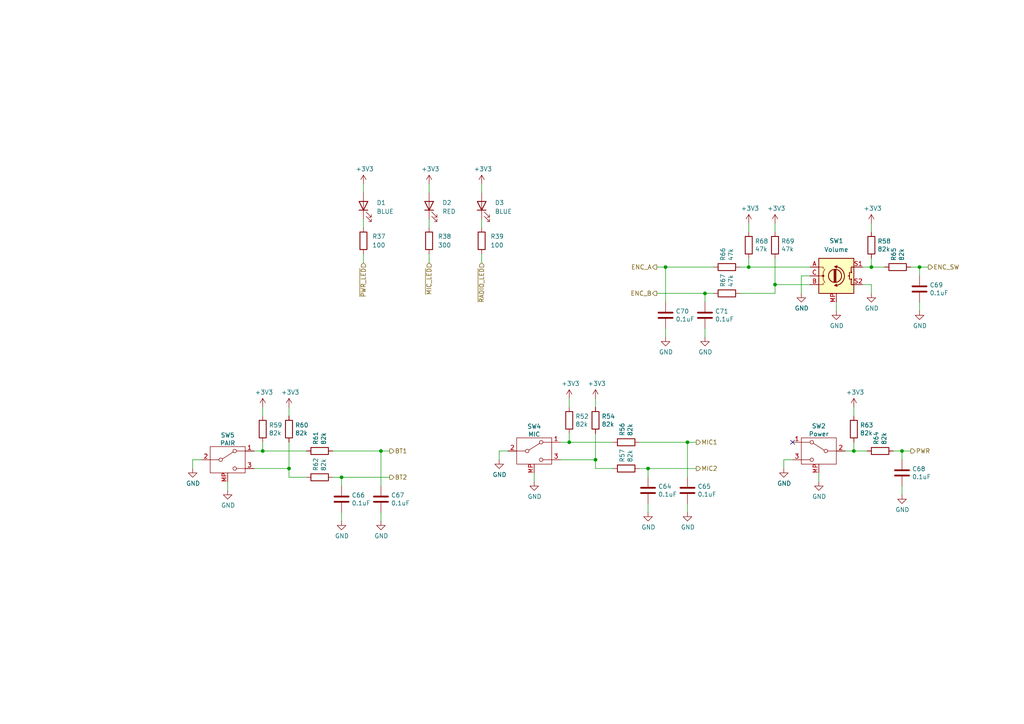
<source format=kicad_sch>
(kicad_sch (version 20210621) (generator eeschema)
  (paper "A4")
  (lib_symbols
    (symbol "Device:C" (pin_numbers hide) (pin_names (offset 0.254))
      (property "Reference" "C" (at 0.635 2.54 0))
      (property "Value" "C" (at 0.635 -2.54 0))
      (symbol "C_0_1"
        (polyline (pts (xy -2.032 -0.762) (xy 2.032 -0.762)) (stroke (width 0.508)))
        (polyline (pts (xy -2.032 0.762) (xy 2.032 0.762)) (stroke (width 0.508)))
      )
      (symbol "C_1_1"
        (pin passive line (at 0 3.81 270) (length 2.794) (name "~") (number "1"))
        (pin passive line (at 0 -3.81 90) (length 2.794) (name "~") (number "2"))
      )
    )
    (symbol "Device:LED" (pin_numbers hide) (pin_names (offset 1.016) hide)
      (property "Reference" "D" (at 0 2.54 0))
      (property "Value" "LED" (at 0 -2.54 0))
      (symbol "LED_0_1"
        (polyline (pts (xy -1.27 -1.27) (xy -1.27 1.27)) (stroke (width 0.254)))
        (polyline (pts (xy -1.27 0) (xy 1.27 0)))
        (polyline (pts (xy 1.27 -1.27) (xy 1.27 1.27) (xy -1.27 0) (xy 1.27 -1.27)) (stroke (width 0.254)))
        (polyline (pts (xy -3.048 -0.762) (xy -4.572 -2.286) (xy -3.81 -2.286) (xy -4.572 -2.286) (xy -4.572 -1.524)))
        (polyline (pts (xy -1.778 -0.762) (xy -3.302 -2.286) (xy -2.54 -2.286) (xy -3.302 -2.286) (xy -3.302 -1.524)))
      )
      (symbol "LED_1_1"
        (pin passive line (at -3.81 0 0) (length 2.54) (name "K") (number "1"))
        (pin passive line (at 3.81 0 180) (length 2.54) (name "A") (number "2"))
      )
    )
    (symbol "Device:R" (pin_numbers hide) (pin_names (offset 0))
      (property "Reference" "R" (at 2.032 0 90))
      (property "Value" "R" (at 0 0 90))
      (symbol "R_0_1"
        (rectangle (start -1.016 -2.54) (end 1.016 2.54) (stroke (width 0.254)))
      )
      (symbol "R_1_1"
        (pin passive line (at 0 3.81 270) (length 1.27) (name "~") (number "1"))
        (pin passive line (at 0 -3.81 90) (length 1.27) (name "~") (number "2"))
      )
    )
    (symbol "HackAmp-Symbols:RotaryEncoder_Switch_MountingPin" (pin_names (offset 0.254) hide)
      (property "Reference" "SW" (at 0 8.89 0))
      (property "Value" "RotaryEncoder_Switch_MountingPin" (at 0 6.35 0))
      (symbol "RotaryEncoder_Switch_MountingPin_0_1"
        (rectangle (start -5.08 5.08) (end 5.08 -5.08) (stroke (width 0.254)) (fill (type background)))
        (circle (center -3.81 0) (radius 0.254) (fill (type outline)))
        (arc (start -0.381 -2.794) (mid 2.3622 -0.0635) (end -0.381 2.667) (stroke (width 0.254)))
        (circle (center -0.381 0) (radius 1.905) (stroke (width 0.254)) (stroke (width 0.254)))
        (polyline (pts (xy -0.635 -1.778) (xy -0.635 1.778)) (stroke (width 0.254)))
        (polyline (pts (xy -0.381 -1.778) (xy -0.381 1.778)) (stroke (width 0.254)))
        (polyline (pts (xy -0.127 1.778) (xy -0.127 -1.778)) (stroke (width 0.254)))
        (polyline (pts (xy 3.81 0) (xy 3.429 0)) (stroke (width 0.254)))
        (polyline (pts (xy 3.81 1.016) (xy 3.81 -1.016)) (stroke (width 0.254)))
        (polyline (pts (xy -5.08 -2.54) (xy -3.81 -2.54) (xy -3.81 -2.032)))
        (polyline (pts (xy -5.08 2.54) (xy -3.81 2.54) (xy -3.81 2.032)))
        (polyline (pts (xy 0.254 -3.048) (xy -0.508 -2.794) (xy 0.127 -2.413)) (stroke (width 0.254)))
        (polyline (pts (xy 0.254 2.921) (xy -0.508 2.667) (xy 0.127 2.286)) (stroke (width 0.254)))
        (polyline (pts (xy 5.08 -2.54) (xy 4.318 -2.54) (xy 4.318 -1.016)) (stroke (width 0.254)))
        (polyline (pts (xy 5.08 2.54) (xy 4.318 2.54) (xy 4.318 1.016)) (stroke (width 0.254)))
        (polyline (pts (xy -5.08 0) (xy -3.81 0) (xy -3.81 -1.016) (xy -3.302 -2.032)))
        (polyline (pts (xy -4.318 0) (xy -3.81 0) (xy -3.81 1.016) (xy -3.302 2.032)))
        (circle (center 4.318 -1.016) (radius 0.127) (stroke (width 0.254)) (stroke (width 0.254)))
        (circle (center 4.318 1.016) (radius 0.127) (stroke (width 0.254)) (stroke (width 0.254)))
      )
      (symbol "RotaryEncoder_Switch_MountingPin_1_1"
        (pin passive line (at -7.62 2.54 0) (length 2.54) (name "A") (number "A"))
        (pin passive line (at -7.62 -2.54 0) (length 2.54) (name "B") (number "B"))
        (pin passive line (at -7.62 0 0) (length 2.54) (name "C") (number "C"))
        (pin passive line (at 0 -7.62 90) (length 2.54) (name "") (number "MP"))
        (pin passive line (at 7.62 2.54 180) (length 2.54) (name "S1") (number "S1"))
        (pin passive line (at 7.62 -2.54 180) (length 2.54) (name "S2") (number "S2"))
      )
    )
    (symbol "HackAmp-Symbols:SW_SPDT_MountingPin" (pin_names (offset 0) hide)
      (property "Reference" "SW" (at 0 7.62 0))
      (property "Value" "SW_SPDT_MountingPin" (at 0 5.08 0))
      (symbol "SW_SPDT_MountingPin_0_0"
        (circle (center -2.032 0) (radius 0.508))
        (circle (center 2.032 -2.54) (radius 0.508))
      )
      (symbol "SW_SPDT_MountingPin_0_1"
        (rectangle (start -5.08 3.81) (end 5.08 -3.81) (stroke (width 0.1524)))
        (polyline (pts (xy -5.08 0) (xy -2.54 0)) (stroke (width 0.1524)))
        (polyline (pts (xy -1.524 0.254) (xy 1.651 2.286)))
        (polyline (pts (xy 5.08 -2.54) (xy 2.54 -2.54)) (stroke (width 0.1524)))
        (polyline (pts (xy 5.08 2.54) (xy 2.54 2.54)) (stroke (width 0.1524)))
        (circle (center 2.032 2.54) (radius 0.508))
      )
      (symbol "SW_SPDT_MountingPin_1_1"
        (pin passive line (at 7.62 2.54 180) (length 2.54) (name "A") (number "1"))
        (pin passive line (at -7.62 0 0) (length 2.54) (name "B") (number "2"))
        (pin passive line (at 7.62 -2.54 180) (length 2.54) (name "C") (number "3"))
        (pin passive line (at 0 -6.35 90) (length 2.54) (name "") (number "MP"))
      )
    )
    (symbol "power:+3V3" (power) (pin_names (offset 0))
      (property "Value" "+3V3" (at 0 3.556 0))
      (symbol "+3V3_0_1"
        (polyline (pts (xy -0.762 1.27) (xy 0 2.54)))
        (polyline (pts (xy 0 0) (xy 0 2.54)))
        (polyline (pts (xy 0 2.54) (xy 0.762 1.27)))
      )
      (symbol "+3V3_1_1"
        (pin power_in line (at 0 0 90) (length 0) hide (name "+3V3") (number "1"))
      )
    )
    (symbol "power:GND" (power) (pin_names (offset 0))
      (property "Value" "GND" (at 0 -3.81 0))
      (symbol "GND_0_1"
        (polyline (pts (xy 0 0) (xy 0 -1.27) (xy 1.27 -1.27) (xy 0 -2.54) (xy -1.27 -1.27) (xy 0 -1.27)))
      )
      (symbol "GND_1_1"
        (pin power_in line (at 0 0 270) (length 0) hide (name "GND") (number "1"))
      )
    )
  )
  (junction (at 76.2 130.81) (diameter 0.9144))
  (junction (at 83.82 135.89) (diameter 0.9144))
  (junction (at 99.06 138.43) (diameter 0.9144))
  (junction (at 110.49 130.81) (diameter 0.9144))
  (junction (at 165.1 128.27) (diameter 0.9144))
  (junction (at 172.72 133.35) (diameter 0.9144))
  (junction (at 187.96 135.89) (diameter 0.9144))
  (junction (at 193.04 77.47) (diameter 0.9144))
  (junction (at 199.39 128.27) (diameter 0.9144))
  (junction (at 204.47 85.09) (diameter 0.9144))
  (junction (at 217.17 77.47) (diameter 0.9144))
  (junction (at 224.79 82.55) (diameter 0.9144))
  (junction (at 247.65 130.81) (diameter 0.9144))
  (junction (at 252.73 77.47) (diameter 0.9144))
  (junction (at 261.62 130.81) (diameter 0.9144))
  (junction (at 266.7 77.47) (diameter 0.9144))
  (no_connect (at 229.87 128.27))
  (wire (pts (xy 55.88 133.35) (xy 55.88 135.89)))
  (wire (pts (xy 55.88 133.35) (xy 58.42 133.35)))
  (wire (pts (xy 66.04 139.7) (xy 66.04 142.24)))
  (wire (pts (xy 73.66 130.81) (xy 76.2 130.81)))
  (wire (pts (xy 73.66 135.89) (xy 83.82 135.89)))
  (wire (pts (xy 76.2 118.11) (xy 76.2 120.65)))
  (wire (pts (xy 76.2 128.27) (xy 76.2 130.81)))
  (wire (pts (xy 76.2 130.81) (xy 88.9 130.81)))
  (wire (pts (xy 83.82 118.11) (xy 83.82 120.65)))
  (wire (pts (xy 83.82 135.89) (xy 83.82 128.27)))
  (wire (pts (xy 83.82 135.89) (xy 83.82 138.43)))
  (wire (pts (xy 83.82 138.43) (xy 88.9 138.43)))
  (wire (pts (xy 99.06 138.43) (xy 96.52 138.43)))
  (wire (pts (xy 99.06 138.43) (xy 113.03 138.43)))
  (wire (pts (xy 99.06 140.97) (xy 99.06 138.43)))
  (wire (pts (xy 99.06 148.59) (xy 99.06 151.13)))
  (wire (pts (xy 105.41 53.34) (xy 105.41 55.88)))
  (wire (pts (xy 105.41 63.5) (xy 105.41 66.04)))
  (wire (pts (xy 105.41 73.66) (xy 105.41 76.2)))
  (wire (pts (xy 110.49 130.81) (xy 96.52 130.81)))
  (wire (pts (xy 110.49 130.81) (xy 113.03 130.81)))
  (wire (pts (xy 110.49 140.97) (xy 110.49 130.81)))
  (wire (pts (xy 110.49 148.59) (xy 110.49 151.13)))
  (wire (pts (xy 124.46 53.34) (xy 124.46 55.88)))
  (wire (pts (xy 124.46 63.5) (xy 124.46 66.04)))
  (wire (pts (xy 124.46 73.66) (xy 124.46 76.2)))
  (wire (pts (xy 139.7 53.34) (xy 139.7 55.88)))
  (wire (pts (xy 139.7 63.5) (xy 139.7 66.04)))
  (wire (pts (xy 139.7 73.66) (xy 139.7 76.2)))
  (wire (pts (xy 144.78 130.81) (xy 144.78 133.35)))
  (wire (pts (xy 144.78 130.81) (xy 147.32 130.81)))
  (wire (pts (xy 154.94 137.16) (xy 154.94 139.7)))
  (wire (pts (xy 162.56 128.27) (xy 165.1 128.27)))
  (wire (pts (xy 162.56 133.35) (xy 172.72 133.35)))
  (wire (pts (xy 165.1 115.57) (xy 165.1 118.11)))
  (wire (pts (xy 165.1 125.73) (xy 165.1 128.27)))
  (wire (pts (xy 165.1 128.27) (xy 177.8 128.27)))
  (wire (pts (xy 172.72 115.57) (xy 172.72 118.11)))
  (wire (pts (xy 172.72 133.35) (xy 172.72 125.73)))
  (wire (pts (xy 172.72 133.35) (xy 172.72 135.89)))
  (wire (pts (xy 172.72 135.89) (xy 177.8 135.89)))
  (wire (pts (xy 187.96 135.89) (xy 185.42 135.89)))
  (wire (pts (xy 187.96 135.89) (xy 201.93 135.89)))
  (wire (pts (xy 187.96 138.43) (xy 187.96 135.89)))
  (wire (pts (xy 187.96 146.05) (xy 187.96 148.59)))
  (wire (pts (xy 190.5 77.47) (xy 193.04 77.47)))
  (wire (pts (xy 190.5 85.09) (xy 204.47 85.09)))
  (wire (pts (xy 193.04 77.47) (xy 193.04 87.63)))
  (wire (pts (xy 193.04 77.47) (xy 207.01 77.47)))
  (wire (pts (xy 193.04 95.25) (xy 193.04 97.79)))
  (wire (pts (xy 199.39 128.27) (xy 185.42 128.27)))
  (wire (pts (xy 199.39 128.27) (xy 201.93 128.27)))
  (wire (pts (xy 199.39 138.43) (xy 199.39 128.27)))
  (wire (pts (xy 199.39 146.05) (xy 199.39 148.59)))
  (wire (pts (xy 204.47 85.09) (xy 204.47 87.63)))
  (wire (pts (xy 204.47 85.09) (xy 207.01 85.09)))
  (wire (pts (xy 204.47 95.25) (xy 204.47 97.79)))
  (wire (pts (xy 214.63 77.47) (xy 217.17 77.47)))
  (wire (pts (xy 217.17 64.77) (xy 217.17 67.31)))
  (wire (pts (xy 217.17 77.47) (xy 217.17 74.93)))
  (wire (pts (xy 217.17 77.47) (xy 234.95 77.47)))
  (wire (pts (xy 224.79 64.77) (xy 224.79 67.31)))
  (wire (pts (xy 224.79 74.93) (xy 224.79 82.55)))
  (wire (pts (xy 224.79 82.55) (xy 224.79 85.09)))
  (wire (pts (xy 224.79 82.55) (xy 234.95 82.55)))
  (wire (pts (xy 224.79 85.09) (xy 214.63 85.09)))
  (wire (pts (xy 227.33 133.35) (xy 227.33 135.89)))
  (wire (pts (xy 227.33 133.35) (xy 229.87 133.35)))
  (wire (pts (xy 232.41 80.01) (xy 232.41 85.09)))
  (wire (pts (xy 232.41 80.01) (xy 234.95 80.01)))
  (wire (pts (xy 237.49 137.16) (xy 237.49 139.7)))
  (wire (pts (xy 242.57 87.63) (xy 242.57 90.17)))
  (wire (pts (xy 245.11 130.81) (xy 247.65 130.81)))
  (wire (pts (xy 247.65 118.11) (xy 247.65 120.65)))
  (wire (pts (xy 247.65 128.27) (xy 247.65 130.81)))
  (wire (pts (xy 247.65 130.81) (xy 251.46 130.81)))
  (wire (pts (xy 250.19 77.47) (xy 252.73 77.47)))
  (wire (pts (xy 250.19 82.55) (xy 252.73 82.55)))
  (wire (pts (xy 252.73 64.77) (xy 252.73 67.31)))
  (wire (pts (xy 252.73 74.93) (xy 252.73 77.47)))
  (wire (pts (xy 252.73 77.47) (xy 256.54 77.47)))
  (wire (pts (xy 252.73 82.55) (xy 252.73 85.09)))
  (wire (pts (xy 261.62 130.81) (xy 259.08 130.81)))
  (wire (pts (xy 261.62 130.81) (xy 264.16 130.81)))
  (wire (pts (xy 261.62 133.35) (xy 261.62 130.81)))
  (wire (pts (xy 261.62 140.97) (xy 261.62 143.51)))
  (wire (pts (xy 266.7 77.47) (xy 264.16 77.47)))
  (wire (pts (xy 266.7 77.47) (xy 269.24 77.47)))
  (wire (pts (xy 266.7 80.01) (xy 266.7 77.47)))
  (wire (pts (xy 266.7 87.63) (xy 266.7 90.17)))
  (hierarchical_label "~{PWR_LED}" (shape input) (at 105.41 76.2 270))
  (hierarchical_label "BT1" (shape output) (at 113.03 130.81 0))
  (hierarchical_label "BT2" (shape output) (at 113.03 138.43 0))
  (hierarchical_label "~{MIC_LED}" (shape input) (at 124.46 76.2 270))
  (hierarchical_label "~{RADIO_LED}" (shape input) (at 139.7 76.2 270))
  (hierarchical_label "ENC_A" (shape output) (at 190.5 77.47 180))
  (hierarchical_label "ENC_B" (shape output) (at 190.5 85.09 180))
  (hierarchical_label "MIC1" (shape output) (at 201.93 128.27 0))
  (hierarchical_label "MIC2" (shape output) (at 201.93 135.89 0))
  (hierarchical_label "PWR" (shape output) (at 264.16 130.81 0))
  (hierarchical_label "ENC_SW" (shape output) (at 269.24 77.47 0))
  (symbol (lib_id "power:+3V3") (at 76.2 118.11 0) (unit 1)
    (property "Reference" "#PWR0203" (effects hide))
    (property "Value" "+3V3" (at 76.5683 113.7856 0))
  )
  (symbol (lib_id "power:+3V3") (at 83.82 118.11 0) (unit 1)
    (property "Reference" "#PWR0202" (effects hide))
    (property "Value" "+3V3" (at 84.1883 113.7856 0))
  )
  (symbol (lib_id "power:+3V3") (at 105.41 53.34 0) (unit 1)
    (property "Reference" "#PWR?" (effects hide))
    (property "Value" "+3V3" (at 105.7783 49.0156 0))
  )
  (symbol (lib_id "power:+3V3") (at 124.46 53.34 0) (unit 1)
    (property "Reference" "#PWR?" (effects hide))
    (property "Value" "+3V3" (at 124.8283 49.0156 0))
  )
  (symbol (lib_id "power:+3V3") (at 139.7 53.34 0) (unit 1)
    (property "Reference" "#PWR?" (effects hide))
    (property "Value" "+3V3" (at 140.0683 49.0156 0))
  )
  (symbol (lib_id "power:+3V3") (at 165.1 115.57 0) (unit 1)
    (property "Reference" "#PWR0195" (effects hide))
    (property "Value" "+3V3" (at 165.4683 111.2456 0))
  )
  (symbol (lib_id "power:+3V3") (at 172.72 115.57 0) (unit 1)
    (property "Reference" "#PWR0196" (effects hide))
    (property "Value" "+3V3" (at 173.0883 111.2456 0))
  )
  (symbol (lib_id "power:+3V3") (at 217.17 64.77 0) (unit 1)
    (property "Reference" "#PWR0210" (effects hide))
    (property "Value" "+3V3" (at 217.5383 60.4456 0))
  )
  (symbol (lib_id "power:+3V3") (at 224.79 64.77 0) (unit 1)
    (property "Reference" "#PWR0211" (effects hide))
    (property "Value" "+3V3" (at 225.1583 60.4456 0))
  )
  (symbol (lib_id "power:+3V3") (at 247.65 118.11 0) (unit 1)
    (property "Reference" "#PWR0206" (effects hide))
    (property "Value" "+3V3" (at 248.0183 113.7856 0))
  )
  (symbol (lib_id "power:+3V3") (at 252.73 64.77 0) (unit 1)
    (property "Reference" "#PWR0207" (effects hide))
    (property "Value" "+3V3" (at 253.0983 60.4456 0))
  )
  (symbol (lib_id "power:GND") (at 55.88 135.89 0) (unit 1)
    (property "Reference" "#PWR0178" (effects hide))
    (property "Value" "GND" (at 55.9943 140.2144 0))
  )
  (symbol (lib_id "power:GND") (at 66.04 142.24 0) (unit 1)
    (property "Reference" "#PWR0221" (effects hide))
    (property "Value" "GND" (at 66.1543 146.5644 0))
  )
  (symbol (lib_id "power:GND") (at 99.06 151.13 0) (unit 1)
    (property "Reference" "#PWR0197" (effects hide))
    (property "Value" "GND" (at 99.1743 155.4544 0))
  )
  (symbol (lib_id "power:GND") (at 110.49 151.13 0) (unit 1)
    (property "Reference" "#PWR0201" (effects hide))
    (property "Value" "GND" (at 110.6043 155.4544 0))
  )
  (symbol (lib_id "power:GND") (at 144.78 133.35 0) (unit 1)
    (property "Reference" "#PWR0162" (effects hide))
    (property "Value" "GND" (at 144.8943 137.6744 0))
  )
  (symbol (lib_id "power:GND") (at 154.94 139.7 0) (unit 1)
    (property "Reference" "#PWR0220" (effects hide))
    (property "Value" "GND" (at 155.0543 144.0244 0))
  )
  (symbol (lib_id "power:GND") (at 187.96 148.59 0) (unit 1)
    (property "Reference" "#PWR0199" (effects hide))
    (property "Value" "GND" (at 188.0743 152.9144 0))
  )
  (symbol (lib_id "power:GND") (at 193.04 97.79 0) (unit 1)
    (property "Reference" "#PWR0213" (effects hide))
    (property "Value" "GND" (at 193.1543 102.1144 0))
  )
  (symbol (lib_id "power:GND") (at 199.39 148.59 0) (unit 1)
    (property "Reference" "#PWR0200" (effects hide))
    (property "Value" "GND" (at 199.5043 152.9144 0))
  )
  (symbol (lib_id "power:GND") (at 204.47 97.79 0) (unit 1)
    (property "Reference" "#PWR0212" (effects hide))
    (property "Value" "GND" (at 204.5843 102.1144 0))
  )
  (symbol (lib_id "power:GND") (at 227.33 135.89 0) (unit 1)
    (property "Reference" "#PWR0204" (effects hide))
    (property "Value" "GND" (at 227.4443 140.2144 0))
  )
  (symbol (lib_id "power:GND") (at 232.41 85.09 0) (unit 1)
    (property "Reference" "#PWR0198" (effects hide))
    (property "Value" "GND" (at 232.5243 89.4144 0))
  )
  (symbol (lib_id "power:GND") (at 237.49 139.7 0) (unit 1)
    (property "Reference" "#PWR0223" (effects hide))
    (property "Value" "GND" (at 237.6043 144.0244 0))
  )
  (symbol (lib_id "power:GND") (at 242.57 90.17 0) (unit 1)
    (property "Reference" "#PWR0222" (effects hide))
    (property "Value" "GND" (at 242.6843 94.4944 0))
  )
  (symbol (lib_id "power:GND") (at 252.73 85.09 0) (unit 1)
    (property "Reference" "#PWR0208" (effects hide))
    (property "Value" "GND" (at 252.8443 89.4144 0))
  )
  (symbol (lib_id "power:GND") (at 261.62 143.51 0) (unit 1)
    (property "Reference" "#PWR0205" (effects hide))
    (property "Value" "GND" (at 261.7343 147.8344 0))
  )
  (symbol (lib_id "power:GND") (at 266.7 90.17 0) (unit 1)
    (property "Reference" "#PWR0209" (effects hide))
    (property "Value" "GND" (at 266.8143 94.4944 0))
  )
  (symbol (lib_id "Device:R") (at 76.2 124.46 0) (unit 1)
    (property "Reference" "R59" (at 77.9781 123.3106 0) (effects (justify left)))
    (property "Value" "82k" (at 77.978 125.609 0) (effects (justify left)))
    (property "Footprint" "Resistor_SMD:R_0603_1608Metric" (effects hide))
  )
  (symbol (lib_id "Device:R") (at 83.82 124.46 0) (unit 1)
    (property "Reference" "R60" (at 85.5981 123.3106 0) (effects (justify left)))
    (property "Value" "82k" (at 85.598 125.609 0) (effects (justify left)))
    (property "Footprint" "Resistor_SMD:R_0603_1608Metric" (effects hide))
  )
  (symbol (lib_id "Device:R") (at 92.71 130.81 90) (unit 1)
    (property "Reference" "R61" (at 91.5606 129.0319 0) (effects (justify left)))
    (property "Value" "82k" (at 93.859 129.032 0) (effects (justify left)))
    (property "Footprint" "Resistor_SMD:R_0603_1608Metric" (effects hide))
  )
  (symbol (lib_id "Device:R") (at 92.71 138.43 90) (unit 1)
    (property "Reference" "R62" (at 91.5606 136.6519 0) (effects (justify left)))
    (property "Value" "82k" (at 93.859 136.652 0) (effects (justify left)))
    (property "Footprint" "Resistor_SMD:R_0603_1608Metric" (effects hide))
  )
  (symbol (lib_id "Device:R") (at 105.41 69.85 0) (unit 1)
    (property "Reference" "R37" (at 107.95 68.5799 0) (effects (justify left)))
    (property "Value" "100" (at 107.95 71.1199 0) (effects (justify left)))
    (property "Footprint" "Resistor_SMD:R_0603_1608Metric" (effects hide))
  )
  (symbol (lib_id "Device:R") (at 124.46 69.85 0) (unit 1)
    (property "Reference" "R38" (at 127 68.5799 0) (effects (justify left)))
    (property "Value" "300" (at 127 71.1199 0) (effects (justify left)))
    (property "Footprint" "Resistor_SMD:R_0603_1608Metric" (effects hide))
  )
  (symbol (lib_id "Device:R") (at 139.7 69.85 0) (unit 1)
    (property "Reference" "R39" (at 142.24 68.5799 0) (effects (justify left)))
    (property "Value" "100" (at 142.24 71.1199 0) (effects (justify left)))
    (property "Footprint" "Resistor_SMD:R_0603_1608Metric" (effects hide))
  )
  (symbol (lib_id "Device:R") (at 165.1 121.92 0) (unit 1)
    (property "Reference" "R52" (at 166.8781 120.7706 0) (effects (justify left)))
    (property "Value" "82k" (at 166.878 123.069 0) (effects (justify left)))
    (property "Footprint" "Resistor_SMD:R_0603_1608Metric" (effects hide))
  )
  (symbol (lib_id "Device:R") (at 172.72 121.92 0) (unit 1)
    (property "Reference" "R54" (at 174.4981 120.7706 0) (effects (justify left)))
    (property "Value" "82k" (at 174.498 123.069 0) (effects (justify left)))
    (property "Footprint" "Resistor_SMD:R_0603_1608Metric" (effects hide))
  )
  (symbol (lib_id "Device:R") (at 181.61 128.27 90) (unit 1)
    (property "Reference" "R56" (at 180.4606 126.4919 0) (effects (justify left)))
    (property "Value" "82k" (at 182.759 126.492 0) (effects (justify left)))
    (property "Footprint" "Resistor_SMD:R_0603_1608Metric" (effects hide))
  )
  (symbol (lib_id "Device:R") (at 181.61 135.89 90) (unit 1)
    (property "Reference" "R57" (at 180.4606 134.1119 0) (effects (justify left)))
    (property "Value" "82k" (at 182.759 134.112 0) (effects (justify left)))
    (property "Footprint" "Resistor_SMD:R_0603_1608Metric" (effects hide))
  )
  (symbol (lib_id "Device:R") (at 210.82 77.47 90) (unit 1)
    (property "Reference" "R66" (at 209.6706 75.6919 0) (effects (justify left)))
    (property "Value" "47k" (at 211.969 75.692 0) (effects (justify left)))
    (property "Footprint" "Resistor_SMD:R_0603_1608Metric" (effects hide))
  )
  (symbol (lib_id "Device:R") (at 210.82 85.09 90) (unit 1)
    (property "Reference" "R67" (at 209.6706 83.3119 0) (effects (justify left)))
    (property "Value" "47k" (at 211.969 83.312 0) (effects (justify left)))
    (property "Footprint" "Resistor_SMD:R_0603_1608Metric" (effects hide))
  )
  (symbol (lib_id "Device:R") (at 217.17 71.12 0) (unit 1)
    (property "Reference" "R68" (at 218.9481 69.9706 0) (effects (justify left)))
    (property "Value" "47k" (at 218.948 72.269 0) (effects (justify left)))
    (property "Footprint" "Resistor_SMD:R_0603_1608Metric" (effects hide))
  )
  (symbol (lib_id "Device:R") (at 224.79 71.12 0) (unit 1)
    (property "Reference" "R69" (at 226.5681 69.9706 0) (effects (justify left)))
    (property "Value" "47k" (at 226.568 72.269 0) (effects (justify left)))
    (property "Footprint" "Resistor_SMD:R_0603_1608Metric" (effects hide))
  )
  (symbol (lib_id "Device:R") (at 247.65 124.46 0) (unit 1)
    (property "Reference" "R63" (at 249.4281 123.3106 0) (effects (justify left)))
    (property "Value" "82k" (at 249.428 125.609 0) (effects (justify left)))
    (property "Footprint" "Resistor_SMD:R_0603_1608Metric" (effects hide))
  )
  (symbol (lib_id "Device:R") (at 252.73 71.12 0) (unit 1)
    (property "Reference" "R58" (at 254.5081 69.9706 0) (effects (justify left)))
    (property "Value" "82k" (at 254.508 72.269 0) (effects (justify left)))
    (property "Footprint" "Resistor_SMD:R_0603_1608Metric" (effects hide))
  )
  (symbol (lib_id "Device:R") (at 255.27 130.81 90) (unit 1)
    (property "Reference" "R64" (at 254.1206 129.0319 0) (effects (justify left)))
    (property "Value" "82k" (at 256.419 129.032 0) (effects (justify left)))
    (property "Footprint" "Resistor_SMD:R_0603_1608Metric" (effects hide))
  )
  (symbol (lib_id "Device:R") (at 260.35 77.47 90) (unit 1)
    (property "Reference" "R65" (at 259.2006 75.6919 0) (effects (justify left)))
    (property "Value" "82k" (at 261.499 75.692 0) (effects (justify left)))
    (property "Footprint" "Resistor_SMD:R_0603_1608Metric" (effects hide))
  )
  (symbol (lib_id "Device:LED") (at 105.41 59.69 90) (unit 1)
    (property "Reference" "D1" (at 109.22 58.8008 90) (effects (justify right)))
    (property "Value" "BLUE" (at 109.22 61.3408 90) (effects (justify right)))
    (property "Footprint" "HackAmp-Footprints:LED_0603_1608Metric_SideView_Inolux" (effects hide))
  )
  (symbol (lib_id "Device:LED") (at 124.46 59.69 90) (unit 1)
    (property "Reference" "D2" (at 128.27 58.8008 90) (effects (justify right)))
    (property "Value" "RED" (at 128.27 61.3408 90) (effects (justify right)))
    (property "Footprint" "HackAmp-Footprints:LED_0603_1608Metric_SideView_Inolux" (effects hide))
  )
  (symbol (lib_id "Device:LED") (at 139.7 59.69 90) (unit 1)
    (property "Reference" "D3" (at 143.51 58.8008 90) (effects (justify right)))
    (property "Value" "BLUE" (at 143.51 61.3408 90) (effects (justify right)))
    (property "Footprint" "HackAmp-Footprints:LED_0603_1608Metric_SideView_Inolux" (effects hide))
  )
  (symbol (lib_id "Device:C") (at 99.06 144.78 0) (unit 1)
    (property "Reference" "C66" (at 101.9811 143.6306 0) (effects (justify left)))
    (property "Value" "0.1uF" (at 101.981 145.929 0) (effects (justify left)))
    (property "Footprint" "Capacitor_SMD:C_0603_1608Metric" (effects hide))
    (property "Mouser" "581-06033C104KAT4A" (effects hide))
    (property "Part Name" "AVX 06033C104KAT4A" (effects hide))
  )
  (symbol (lib_id "Device:C") (at 110.49 144.78 0) (unit 1)
    (property "Reference" "C67" (at 113.4111 143.6306 0) (effects (justify left)))
    (property "Value" "0.1uF" (at 113.411 145.929 0) (effects (justify left)))
    (property "Footprint" "Capacitor_SMD:C_0603_1608Metric" (effects hide))
    (property "Mouser" "581-06033C104KAT4A" (effects hide))
    (property "Part Name" "AVX 06033C104KAT4A" (effects hide))
  )
  (symbol (lib_id "Device:C") (at 187.96 142.24 0) (unit 1)
    (property "Reference" "C64" (at 190.8811 141.0906 0) (effects (justify left)))
    (property "Value" "0.1uF" (at 190.881 143.389 0) (effects (justify left)))
    (property "Footprint" "Capacitor_SMD:C_0603_1608Metric" (effects hide))
    (property "Mouser" "581-06033C104KAT4A" (effects hide))
    (property "Part Name" "AVX 06033C104KAT4A" (effects hide))
  )
  (symbol (lib_id "Device:C") (at 193.04 91.44 0) (unit 1)
    (property "Reference" "C70" (at 195.9611 90.2906 0) (effects (justify left)))
    (property "Value" "0.1uF" (at 195.961 92.589 0) (effects (justify left)))
    (property "Footprint" "Capacitor_SMD:C_0603_1608Metric" (effects hide))
    (property "Mouser" "581-06033C104KAT4A" (effects hide))
    (property "Part Name" "AVX 06033C104KAT4A" (effects hide))
  )
  (symbol (lib_id "Device:C") (at 199.39 142.24 0) (unit 1)
    (property "Reference" "C65" (at 202.3111 141.0906 0) (effects (justify left)))
    (property "Value" "0.1uF" (at 202.311 143.389 0) (effects (justify left)))
    (property "Footprint" "Capacitor_SMD:C_0603_1608Metric" (effects hide))
    (property "Mouser" "581-06033C104KAT4A" (effects hide))
    (property "Part Name" "AVX 06033C104KAT4A" (effects hide))
  )
  (symbol (lib_id "Device:C") (at 204.47 91.44 0) (unit 1)
    (property "Reference" "C71" (at 207.3911 90.2906 0) (effects (justify left)))
    (property "Value" "0.1uF" (at 207.391 92.589 0) (effects (justify left)))
    (property "Footprint" "Capacitor_SMD:C_0603_1608Metric" (effects hide))
    (property "Mouser" "581-06033C104KAT4A" (effects hide))
    (property "Part Name" "AVX 06033C104KAT4A" (effects hide))
  )
  (symbol (lib_id "Device:C") (at 261.62 137.16 0) (unit 1)
    (property "Reference" "C68" (at 264.5411 136.0106 0) (effects (justify left)))
    (property "Value" "0.1uF" (at 264.541 138.309 0) (effects (justify left)))
    (property "Footprint" "Capacitor_SMD:C_0603_1608Metric" (effects hide))
    (property "Mouser" "581-06033C104KAT4A" (effects hide))
    (property "Part Name" "AVX 06033C104KAT4A" (effects hide))
  )
  (symbol (lib_id "Device:C") (at 266.7 83.82 0) (unit 1)
    (property "Reference" "C69" (at 269.6211 82.6706 0) (effects (justify left)))
    (property "Value" "0.1uF" (at 269.621 84.969 0) (effects (justify left)))
    (property "Footprint" "Capacitor_SMD:C_0603_1608Metric" (effects hide))
    (property "Mouser" "581-06033C104KAT4A" (effects hide))
    (property "Part Name" "AVX 06033C104KAT4A" (effects hide))
  )
  (symbol (lib_id "HackAmp-Symbols:SW_SPDT_MountingPin") (at 66.04 133.35 0) (unit 1)
    (property "Reference" "SW5" (at 66.04 126.2188 0))
    (property "Value" "PAIR" (at 66.04 128.517 0))
    (property "Footprint" "HackAmp-Footprints:SW_Lever_1P2T_E-Switch_SP1T2B4M7QE" (effects hide))
    (property "Part Name" "E-Switch 100SP5T2B4M7RE" (effects hide))
    (property "Mouser" "612-100SP5T2B4M7R" (effects hide))
  )
  (symbol (lib_id "HackAmp-Symbols:SW_SPDT_MountingPin") (at 154.94 130.81 0) (unit 1)
    (property "Reference" "SW4" (at 154.94 123.6788 0))
    (property "Value" "MIC" (at 154.94 125.977 0))
    (property "Footprint" "HackAmp-Footprints:SW_Lever_1P2T_E-Switch_SP1T2B4M7QE" (effects hide))
    (property "Part Name" "E-Switch 100SP5T2B4M7RE" (effects hide))
    (property "Mouser" "612-100SP5T2B4M7R" (effects hide))
  )
  (symbol (lib_id "HackAmp-Symbols:SW_SPDT_MountingPin") (at 237.49 130.81 0) (mirror y) (unit 1)
    (property "Reference" "SW2" (at 237.49 123.571 0))
    (property "Value" "Power" (at 237.49 125.8824 0))
    (property "Footprint" "HackAmp-Footprints:SW_Lever_1P2T_E-Switch_SP1T2B4M7QE" (effects hide))
    (property "Part Name" "E-Switch 100SP1T2B4M7RE" (effects hide))
    (property "Mouser" "612-100-A2472" (effects hide))
  )
  (symbol (lib_id "HackAmp-Symbols:RotaryEncoder_Switch_MountingPin") (at 242.57 80.01 0) (unit 1)
    (property "Reference" "SW1" (at 242.57 69.85 0))
    (property "Value" "Volume" (at 242.57 72.39 0))
    (property "Footprint" "HackAmp-Footprints:RotaryEncoder_TTElectronics_EN12-VS_Vertical_L17.5mm" (effects hide))
    (property "Part Name" "TT Electronics EN12-VS11AF18" (effects hide))
    (property "Mouser" "858-EN12-VS11AF18" (effects hide))
  )
)
</source>
